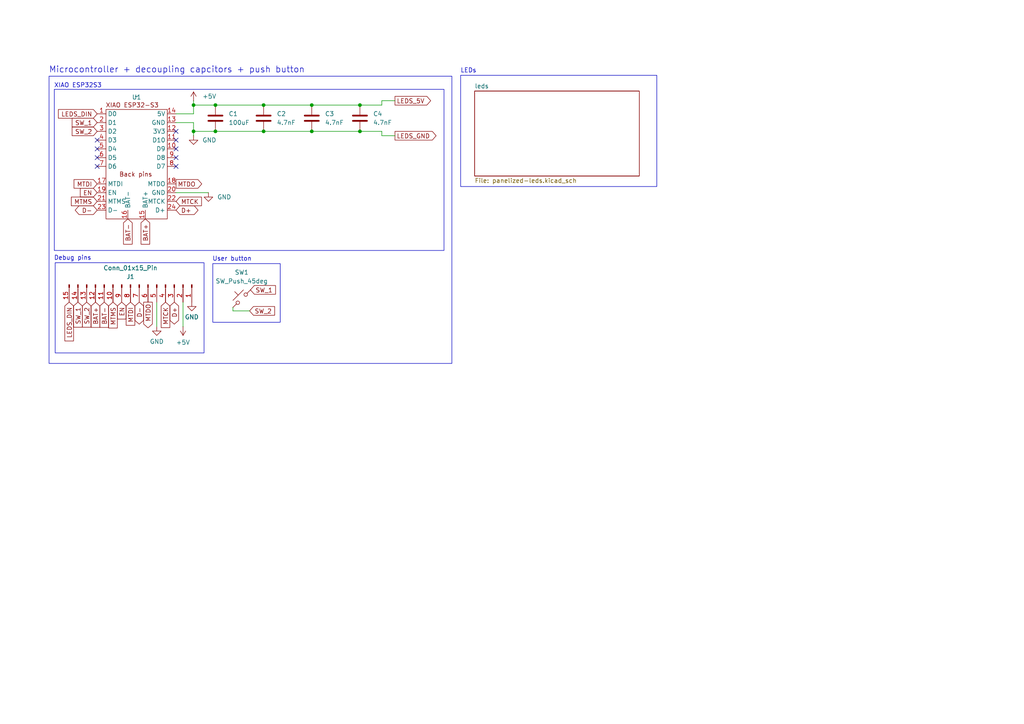
<source format=kicad_sch>
(kicad_sch (version 20231120) (generator "eeschema") (generator_version "8.0")
  (paper "A4")
  (lib_symbols
    (symbol "Connector:Conn_01x15_Pin" (pin_names (offset 1.016) hide)
      (property "Reference" "J" (at 0 20.32 0))
      (property "Value" "Conn_01x15_Pin" (at 0 -20.32 0))
      (symbol "Conn_01x15_Pin_1_1"
        (polyline (pts (xy 1.27 -17.78) (xy 0.8636 -17.78)) (stroke (width 0.1524)))
        (polyline (pts (xy 1.27 -15.24) (xy 0.8636 -15.24)) (stroke (width 0.1524)))
        (polyline (pts (xy 1.27 -12.7) (xy 0.8636 -12.7)) (stroke (width 0.1524)))
        (polyline (pts (xy 1.27 -10.16) (xy 0.8636 -10.16)) (stroke (width 0.1524)))
        (polyline (pts (xy 1.27 -7.62) (xy 0.8636 -7.62)) (stroke (width 0.1524)))
        (polyline (pts (xy 1.27 -5.08) (xy 0.8636 -5.08)) (stroke (width 0.1524)))
        (polyline (pts (xy 1.27 -2.54) (xy 0.8636 -2.54)) (stroke (width 0.1524)))
        (polyline (pts (xy 1.27 0) (xy 0.8636 0)) (stroke (width 0.1524)))
        (polyline (pts (xy 1.27 2.54) (xy 0.8636 2.54)) (stroke (width 0.1524)))
        (polyline (pts (xy 1.27 5.08) (xy 0.8636 5.08)) (stroke (width 0.1524)))
        (polyline (pts (xy 1.27 7.62) (xy 0.8636 7.62)) (stroke (width 0.1524)))
        (polyline (pts (xy 1.27 10.16) (xy 0.8636 10.16)) (stroke (width 0.1524)))
        (polyline (pts (xy 1.27 12.7) (xy 0.8636 12.7)) (stroke (width 0.1524)))
        (polyline (pts (xy 1.27 15.24) (xy 0.8636 15.24)) (stroke (width 0.1524)))
        (polyline (pts (xy 1.27 17.78) (xy 0.8636 17.78)) (stroke (width 0.1524)))
        (rectangle (start 0.8636 -17.653) (end 0 -17.907) (stroke (width 0.1524)) (fill (type outline)))
        (rectangle (start 0.8636 -15.113) (end 0 -15.367) (stroke (width 0.1524)) (fill (type outline)))
        (rectangle (start 0.8636 -12.573) (end 0 -12.827) (stroke (width 0.1524)) (fill (type outline)))
        (rectangle (start 0.8636 -10.033) (end 0 -10.287) (stroke (width 0.1524)) (fill (type outline)))
        (rectangle (start 0.8636 -7.493) (end 0 -7.747) (stroke (width 0.1524)) (fill (type outline)))
        (rectangle (start 0.8636 -4.953) (end 0 -5.207) (stroke (width 0.1524)) (fill (type outline)))
        (rectangle (start 0.8636 -2.413) (end 0 -2.667) (stroke (width 0.1524)) (fill (type outline)))
        (rectangle (start 0.8636 0.127) (end 0 -0.127) (stroke (width 0.1524)) (fill (type outline)))
        (rectangle (start 0.8636 2.667) (end 0 2.413) (stroke (width 0.1524)) (fill (type outline)))
        (rectangle (start 0.8636 5.207) (end 0 4.953) (stroke (width 0.1524)) (fill (type outline)))
        (rectangle (start 0.8636 7.747) (end 0 7.493) (stroke (width 0.1524)) (fill (type outline)))
        (rectangle (start 0.8636 10.287) (end 0 10.033) (stroke (width 0.1524)) (fill (type outline)))
        (rectangle (start 0.8636 12.827) (end 0 12.573) (stroke (width 0.1524)) (fill (type outline)))
        (rectangle (start 0.8636 15.367) (end 0 15.113) (stroke (width 0.1524)) (fill (type outline)))
        (rectangle (start 0.8636 17.907) (end 0 17.653) (stroke (width 0.1524)) (fill (type outline)))
        (pin passive line (at 5.08 17.78 180) (length 3.81) (name "Pin_1") (number "1"))
        (pin passive line (at 5.08 -5.08 180) (length 3.81) (name "Pin_10") (number "10"))
        (pin passive line (at 5.08 -7.62 180) (length 3.81) (name "Pin_11") (number "11"))
        (pin passive line (at 5.08 -10.16 180) (length 3.81) (name "Pin_12") (number "12"))
        (pin passive line (at 5.08 -12.7 180) (length 3.81) (name "Pin_13") (number "13"))
        (pin passive line (at 5.08 -15.24 180) (length 3.81) (name "Pin_14") (number "14"))
        (pin passive line (at 5.08 -17.78 180) (length 3.81) (name "Pin_15") (number "15"))
        (pin passive line (at 5.08 15.24 180) (length 3.81) (name "Pin_2") (number "2"))
        (pin passive line (at 5.08 12.7 180) (length 3.81) (name "Pin_3") (number "3"))
        (pin passive line (at 5.08 10.16 180) (length 3.81) (name "Pin_4") (number "4"))
        (pin passive line (at 5.08 7.62 180) (length 3.81) (name "Pin_5") (number "5"))
        (pin passive line (at 5.08 5.08 180) (length 3.81) (name "Pin_6") (number "6"))
        (pin passive line (at 5.08 2.54 180) (length 3.81) (name "Pin_7") (number "7"))
        (pin passive line (at 5.08 0 180) (length 3.81) (name "Pin_8") (number "8"))
        (pin passive line (at 5.08 -2.54 180) (length 3.81) (name "Pin_9") (number "9"))
      )
    )
    (symbol "Device:C" (pin_numbers hide) (pin_names (offset 0.254))
      (property "Reference" "C" (at 0.635 2.54 0))
      (property "Value" "C" (at 0.635 -2.54 0))
      (symbol "C_0_1"
        (polyline (pts (xy -2.032 -0.762) (xy 2.032 -0.762)) (stroke (width 0.508)))
        (polyline (pts (xy -2.032 0.762) (xy 2.032 0.762)) (stroke (width 0.508)))
      )
      (symbol "C_1_1"
        (pin passive line (at 0 3.81 270) (length 2.794) (name "~") (number "1"))
        (pin passive line (at 0 -3.81 90) (length 2.794) (name "~") (number "2"))
      )
    )
    (symbol "Switch:SW_Push_45deg" (pin_numbers hide) (pin_names (offset 1.016) hide)
      (property "Reference" "SW" (at 3.048 1.016 0))
      (property "Value" "SW_Push_45deg" (at 0 -3.81 0))
      (symbol "SW_Push_45deg_0_1"
        (circle (center -1.1684 1.1684) (radius 0.508))
        (polyline (pts (xy -0.508 2.54) (xy 2.54 -0.508)))
        (polyline (pts (xy 1.016 1.016) (xy 2.032 2.032)))
        (polyline (pts (xy -2.54 2.54) (xy -1.524 1.524) (xy -1.524 1.524)))
        (polyline (pts (xy 1.524 -1.524) (xy 2.54 -2.54) (xy 2.54 -2.54) (xy 2.54 -2.54)))
        (circle (center 1.143 -1.1938) (radius 0.508))
        (pin passive line (at -2.54 2.54 0) (length 0) (name "1") (number "1"))
        (pin passive line (at 2.54 -2.54 180) (length 0) (name "2") (number "2"))
      )
    )
    (symbol "led-glasses:XIAO_ESP32S3"
      (property "Reference" "U" (at 0 -6.858 0))
      (symbol "XIAO_ESP32S3_0_1"
        (rectangle (start -8.89 7.62) (end 8.89 -24.13))
      )
      (symbol "XIAO_ESP32S3_1_1"
        (text "Back pins" (at -0.254 -11.176 0) (effects (font (size 1.27 1.27))))
        (text "XIAO ESP32-S3\n" (at -1.27 8.89 0) (effects (font (size 1.27 1.27))))
        (pin bidirectional line (at -11.43 6.35 0) (length 2.54) (name "D0") (number "1"))
        (pin bidirectional line (at 11.43 -3.81 180) (length 2.54) (name "D9") (number "10"))
        (pin bidirectional line (at 11.43 -1.27 180) (length 2.54) (name "D10") (number "11"))
        (pin power_in line (at 11.43 1.27 180) (length 2.54) (name "3V3") (number "12"))
        (pin passive line (at 11.43 3.81 180) (length 2.54) (name "GND") (number "13"))
        (pin power_in line (at 11.43 6.35 180) (length 2.54) (name "5V") (number "14"))
        (pin power_in line (at 2.54 -24.13 90) (length 2.54) (name "BAT+") (number "15"))
        (pin power_in line (at -2.54 -24.13 90) (length 2.54) (name "BAT-") (number "16"))
        (pin input line (at -11.43 -13.97 0) (length 2.54) (name "MTDI") (number "17"))
        (pin output line (at 11.43 -13.97 180) (length 2.54) (name "MTDO") (number "18"))
        (pin input line (at -11.43 -16.51 0) (length 2.54) (name "EN") (number "19"))
        (pin bidirectional line (at -11.43 3.81 0) (length 2.54) (name "D1") (number "2"))
        (pin passive line (at 11.43 -16.51 180) (length 2.54) (name "GND") (number "20"))
        (pin input line (at -11.43 -19.05 0) (length 2.54) (name "MTMS") (number "21"))
        (pin output line (at 11.43 -19.05 180) (length 2.54) (name "MTCK") (number "22"))
        (pin bidirectional line (at -11.43 -21.59 0) (length 2.54) (name "D-") (number "23"))
        (pin bidirectional line (at 11.43 -21.59 180) (length 2.54) (name "D+") (number "24"))
        (pin bidirectional line (at -11.43 1.27 0) (length 2.54) (name "D2") (number "3"))
        (pin bidirectional line (at -11.43 -1.27 0) (length 2.54) (name "D3") (number "4"))
        (pin bidirectional line (at -11.43 -3.81 0) (length 2.54) (name "D4") (number "5"))
        (pin bidirectional line (at -11.43 -6.35 0) (length 2.54) (name "D5") (number "6"))
        (pin bidirectional line (at -11.43 -8.89 0) (length 2.54) (name "D6") (number "7"))
        (pin bidirectional line (at 11.43 -8.89 180) (length 2.54) (name "D7") (number "8"))
        (pin bidirectional line (at 11.43 -6.35 180) (length 2.54) (name "D8") (number "9"))
      )
    )
    (symbol "power:+5V" (power) (pin_numbers hide) (pin_names (offset 0) hide)
      (property "Value" "+5V" (at 0 3.556 0))
      (symbol "+5V_0_1"
        (polyline (pts (xy -0.762 1.27) (xy 0 2.54)))
        (polyline (pts (xy 0 0) (xy 0 2.54)))
        (polyline (pts (xy 0 2.54) (xy 0.762 1.27)))
      )
      (symbol "+5V_1_1"
        (pin power_in line (at 0 0 90) (length 0) (name "~") (number "1"))
      )
    )
    (symbol "power:GND" (power) (pin_numbers hide) (pin_names (offset 0) hide)
      (property "Value" "GND" (at 0 -3.81 0))
      (symbol "GND_0_1"
        (polyline (pts (xy 0 0) (xy 0 -1.27) (xy 1.27 -1.27) (xy 0 -2.54) (xy -1.27 -1.27) (xy 0 -1.27)))
      )
      (symbol "GND_1_1"
        (pin power_in line (at 0 0 270) (length 0) (name "~") (number "1"))
      )
    )
  )
  (junction (at 104.394 30.48))
  (junction (at 90.424 38.1))
  (junction (at 90.424 30.48))
  (junction (at 62.484 30.48))
  (junction (at 76.454 38.1))
  (junction (at 56.134 38.1))
  (junction (at 104.394 38.1))
  (junction (at 56.134 30.48))
  (junction (at 76.454 30.48))
  (junction (at 62.484 38.1))
  (no_connect (at 51.054 40.64))
  (no_connect (at 28.194 48.26))
  (no_connect (at 51.054 45.72))
  (no_connect (at 28.194 43.18))
  (no_connect (at 51.054 38.1))
  (no_connect (at 51.054 43.18))
  (no_connect (at 51.054 48.26))
  (no_connect (at 28.194 40.64))
  (no_connect (at 28.194 45.72))
  (wire (pts (xy 110.744 39.37) (xy 110.744 38.1)))
  (wire (pts (xy 76.454 38.1) (xy 90.424 38.1)))
  (wire (pts (xy 67.564 90.17) (xy 67.564 89.154)))
  (wire (pts (xy 90.424 38.1) (xy 104.394 38.1)))
  (wire (pts (xy 53.086 94.742) (xy 53.086 87.63)))
  (wire (pts (xy 104.394 30.48) (xy 110.744 30.48)))
  (wire (pts (xy 110.744 29.21) (xy 114.554 29.21)))
  (wire (pts (xy 62.484 38.1) (xy 76.454 38.1)))
  (wire (pts (xy 60.452 55.88) (xy 51.054 55.88)))
  (wire (pts (xy 114.554 39.37) (xy 110.744 39.37)))
  (wire (pts (xy 45.466 94.742) (xy 45.466 87.63)))
  (wire (pts (xy 56.134 30.48) (xy 62.484 30.48)))
  (wire (pts (xy 90.424 30.48) (xy 104.394 30.48)))
  (wire (pts (xy 76.454 30.48) (xy 90.424 30.48)))
  (wire (pts (xy 72.39 90.17) (xy 67.564 90.17)))
  (wire (pts (xy 56.134 30.48) (xy 56.134 33.02)))
  (wire (pts (xy 56.134 30.48) (xy 56.134 29.21)))
  (wire (pts (xy 56.134 35.56) (xy 56.134 38.1)))
  (wire (pts (xy 62.484 30.48) (xy 76.454 30.48)))
  (wire (pts (xy 56.134 35.56) (xy 51.054 35.56)))
  (wire (pts (xy 56.134 33.02) (xy 51.054 33.02)))
  (wire (pts (xy 56.134 39.37) (xy 56.134 38.1)))
  (wire (pts (xy 56.134 38.1) (xy 62.484 38.1)))
  (wire (pts (xy 110.744 29.21) (xy 110.744 30.48)))
  (wire (pts (xy 104.394 38.1) (xy 110.744 38.1)))
  (rectangle (start 15.748 25.908) (end 128.778 72.644))
  (rectangle (start 14.224 22.098) (end 131.064 105.41))
  (rectangle (start 61.722 76.454) (end 81.28 93.472))
  (rectangle (start 16.002 76.2) (end 59.182 102.362))
  (rectangle (start 133.604 21.844) (end 190.5 54.102))
  (text "Microcontroller + decoupling capcitors + push button" (at 51.308 20.32 0) (effects (font (size 1.778 1.778))))
  (text "User button" (at 67.31 75.184 0) (effects (font (size 1.27 1.27))))
  (text "XIAO ESP32S3" (at 22.606 24.892 0) (effects (font (size 1.27 1.27))))
  (text "Debug pins" (at 21.082 74.93 0) (effects (font (size 1.27 1.27))))
  (text "LEDs" (at 135.89 20.574 0) (effects (font (size 1.27 1.27))))
  (global_label "MTCK" (shape input) (at 48.006 87.63 270) (property "Intersheetrefs" "${INTERSHEET_REFS}" (effects (hide yes))))
  (global_label "EN" (shape input) (at 28.194 55.88 180) (property "Intersheetrefs" "${INTERSHEET_REFS}" (effects (hide yes))))
  (global_label "MTMS" (shape input) (at 32.766 87.63 270) (property "Intersheetrefs" "${INTERSHEET_REFS}" (effects (hide yes))))
  (global_label "MTCK" (shape input) (at 51.054 58.42 0) (property "Intersheetrefs" "${INTERSHEET_REFS}" (effects (hide yes))))
  (global_label "D-" (shape bidirectional) (at 28.194 60.96 180) (property "Intersheetrefs" "${INTERSHEET_REFS}" (effects (hide yes))))
  (global_label "MTDO" (shape output) (at 42.926 87.63 270) (property "Intersheetrefs" "${INTERSHEET_REFS}" (effects (hide yes))))
  (global_label "MTDO" (shape output) (at 51.054 53.34 0) (property "Intersheetrefs" "${INTERSHEET_REFS}" (effects (hide yes))))
  (global_label "MTDI" (shape input) (at 37.846 87.63 270) (property "Intersheetrefs" "${INTERSHEET_REFS}" (effects (hide yes))))
  (global_label "LEDS_DIN" (shape input) (at 20.066 87.63 270) (property "Intersheetrefs" "${INTERSHEET_REFS}" (effects (hide yes))))
  (global_label "SW_1" (shape input) (at 72.644 84.074 0) (property "Intersheetrefs" "${INTERSHEET_REFS}" (effects (hide yes))))
  (global_label "EN" (shape input) (at 35.306 87.63 270) (property "Intersheetrefs" "${INTERSHEET_REFS}" (effects (hide yes))))
  (global_label "MTMS" (shape input) (at 28.194 58.42 180) (property "Intersheetrefs" "${INTERSHEET_REFS}" (effects (hide yes))))
  (global_label "BAT+" (shape input) (at 27.686 87.63 270) (property "Intersheetrefs" "${INTERSHEET_REFS}" (effects (hide yes))))
  (global_label "D+" (shape bidirectional) (at 50.546 87.63 270) (property "Intersheetrefs" "${INTERSHEET_REFS}" (effects (hide yes))))
  (global_label "SW_2" (shape input) (at 28.194 38.1 180) (property "Intersheetrefs" "${INTERSHEET_REFS}" (effects (hide yes))))
  (global_label "SW_2" (shape input) (at 25.146 87.63 270) (property "Intersheetrefs" "${INTERSHEET_REFS}" (effects (hide yes))))
  (global_label "LEDS_5V" (shape output) (at 114.554 29.21 0) (property "Intersheetrefs" "${INTERSHEET_REFS}" (effects (hide yes))))
  (global_label "SW_2" (shape input) (at 72.39 90.17 0) (property "Intersheetrefs" "${INTERSHEET_REFS}" (effects (hide yes))))
  (global_label "SW_1" (shape input) (at 22.606 87.63 270) (property "Intersheetrefs" "${INTERSHEET_REFS}" (effects (hide yes))))
  (global_label "SW_1" (shape input) (at 28.194 35.56 180) (property "Intersheetrefs" "${INTERSHEET_REFS}" (effects (hide yes))))
  (global_label "BAT+" (shape input) (at 42.164 63.5 270) (property "Intersheetrefs" "${INTERSHEET_REFS}" (effects (hide yes))))
  (global_label "BAT-" (shape input) (at 37.084 63.5 270) (property "Intersheetrefs" "${INTERSHEET_REFS}" (effects (hide yes))))
  (global_label "D+" (shape bidirectional) (at 51.054 60.96 0) (property "Intersheetrefs" "${INTERSHEET_REFS}" (effects (hide yes))))
  (global_label "BAT-" (shape input) (at 30.226 87.63 270) (property "Intersheetrefs" "${INTERSHEET_REFS}" (effects (hide yes))))
  (global_label "LEDS_GND" (shape output) (at 114.554 39.37 0) (property "Intersheetrefs" "${INTERSHEET_REFS}" (effects (hide yes))))
  (global_label "MTDI" (shape input) (at 28.194 53.34 180) (property "Intersheetrefs" "${INTERSHEET_REFS}" (effects (hide yes))))
  (global_label "D-" (shape bidirectional) (at 40.386 87.63 270) (property "Intersheetrefs" "${INTERSHEET_REFS}" (effects (hide yes))))
  (global_label "LEDS_DIN" (shape input) (at 28.194 33.02 180) (property "Intersheetrefs" "${INTERSHEET_REFS}" (effects (hide yes))))
  (symbol (lib_id "power:GND") (at 45.466 94.742 0) (unit 1)
    (property "Reference" "#PWR06" (effects (hide yes)))
    (property "Value" "GND" (at 45.466 99.06 0))
    (property "Description" "Power symbol creates a global label with name \"GND\" , ground" (effects (hide yes)))
  )
  (symbol (lib_id "led-glasses:XIAO_ESP32S3") (at 39.624 39.37 0) (unit 1)
    (property "Reference" "U1" (at 39.624 28.194 0))
    (property "Value" "~" (at 39.5684 27.94 0))
    (property "Footprint" "led-glasses-custom:XIAO-ESP32S3-SMD" (effects (hide yes)))
  )
  (symbol (lib_id "power:+5V") (at 53.086 94.742 180) (unit 1)
    (property "Reference" "#PWR04" (effects (hide yes)))
    (property "Value" "+5V" (at 53.086 99.314 0))
    (property "Description" "Power symbol creates a global label with name \"+5V\"" (effects (hide yes)))
  )
  (symbol (lib_id "power:+5V") (at 56.134 29.21 0) (unit 1)
    (property "Reference" "#PWR02" (effects (hide yes)))
    (property "Value" "+5V" (at 58.674 27.9399 0) (effects (justify left)))
    (property "Description" "Power symbol creates a global label with name \"+5V\"" (effects (hide yes)))
  )
  (symbol (lib_id "power:GND") (at 55.626 87.63 0) (unit 1)
    (property "Reference" "#PWR03" (effects (hide yes)))
    (property "Value" "GND" (at 55.626 91.948 0))
    (property "Description" "Power symbol creates a global label with name \"GND\" , ground" (effects (hide yes)))
  )
  (symbol (lib_id "Switch:SW_Push_45deg") (at 70.104 86.614 0) (mirror y) (unit 1)
    (property "Reference" "SW1" (at 70.104 78.994 0))
    (property "Value" "SW_Push_45deg" (at 70.104 81.534 0))
    (property "Footprint" "led-glasses-custom:SW-SMD_L3.9-W3.0-P4.45" (effects (hide yes)))
    (property "Description" "Push button switch, normally open, two pins, 45° tilted" (effects (hide yes)))
  )
  (symbol (lib_id "Device:C") (at 62.484 34.29 0) (unit 1)
    (property "Reference" "C1" (at 66.294 33.0199 0) (effects (justify left)))
    (property "Value" "100uF" (at 66.294 35.5599 0) (effects (justify left)))
    (property "Footprint" "led-glasses-custom:Capacitor_C1206_SMD" (effects (hide yes)))
    (property "Description" "Unpolarized capacitor" (effects (hide yes)))
  )
  (symbol (lib_id "Device:C") (at 76.454 34.29 0) (unit 1)
    (property "Reference" "C2" (at 80.264 33.0199 0) (effects (justify left)))
    (property "Value" "4.7nF" (at 80.264 35.5599 0) (effects (justify left)))
    (property "Footprint" "led-glasses-custom:Capacitor_C1206_SMD" (effects (hide yes)))
    (property "Description" "Unpolarized capacitor" (effects (hide yes)))
  )
  (symbol (lib_id "Connector:Conn_01x15_Pin") (at 37.846 82.55 270) (unit 1)
    (property "Reference" "J1" (at 37.846 80.264 90))
    (property "Value" "Conn_01x15_Pin" (at 37.846 77.724 90))
    (property "Footprint" "Connector_PinSocket_2.54mm:PinSocket_1x15_P2.54mm_Vertical" (effects (hide yes)))
    (property "Description" "Generic connector, single row, 01x15, script generated" (effects (hide yes)))
  )
  (symbol (lib_id "power:GND") (at 56.134 39.37 0) (unit 1)
    (property "Reference" "#PWR01" (effects (hide yes)))
    (property "Value" "GND" (at 58.674 40.6399 0) (effects (justify left)))
    (property "Description" "Power symbol creates a global label with name \"GND\" , ground" (effects (hide yes)))
  )
  (symbol (lib_id "Device:C") (at 104.394 34.29 0) (unit 1)
    (property "Reference" "C4" (at 108.204 33.0199 0) (effects (justify left)))
    (property "Value" "4.7nF" (at 108.204 35.5599 0) (effects (justify left)))
    (property "Footprint" "led-glasses-custom:Capacitor_C1206_SMD" (effects (hide yes)))
    (property "Description" "Unpolarized capacitor" (effects (hide yes)))
  )
  (symbol (lib_id "Device:C") (at 90.424 34.29 0) (unit 1)
    (property "Reference" "C3" (at 94.234 33.0199 0) (effects (justify left)))
    (property "Value" "4.7nF" (at 94.234 35.5599 0) (effects (justify left)))
    (property "Footprint" "led-glasses-custom:Capacitor_C1206_SMD" (effects (hide yes)))
    (property "Description" "Unpolarized capacitor" (effects (hide yes)))
  )
  (symbol (lib_id "power:GND") (at 60.452 55.88 0) (unit 1)
    (property "Reference" "#PWR05" (effects (hide yes)))
    (property "Value" "GND" (at 62.992 57.1499 0) (effects (justify left)))
    (property "Description" "Power symbol creates a global label with name \"GND\" , ground" (effects (hide yes)))
  )
  (sheet (at 137.668 26.416) (size 47.752 24.638) (stroke (width 0.1524))
    (property "Sheetname" "leds" (at 137.668 25.7044 0) (effects (justify left bottom)))
    (property "Sheetfile" "panelized-leds.kicad_sch" (at 137.668 51.6386 0) (effects (justify left top)))
  )
)
</source>
